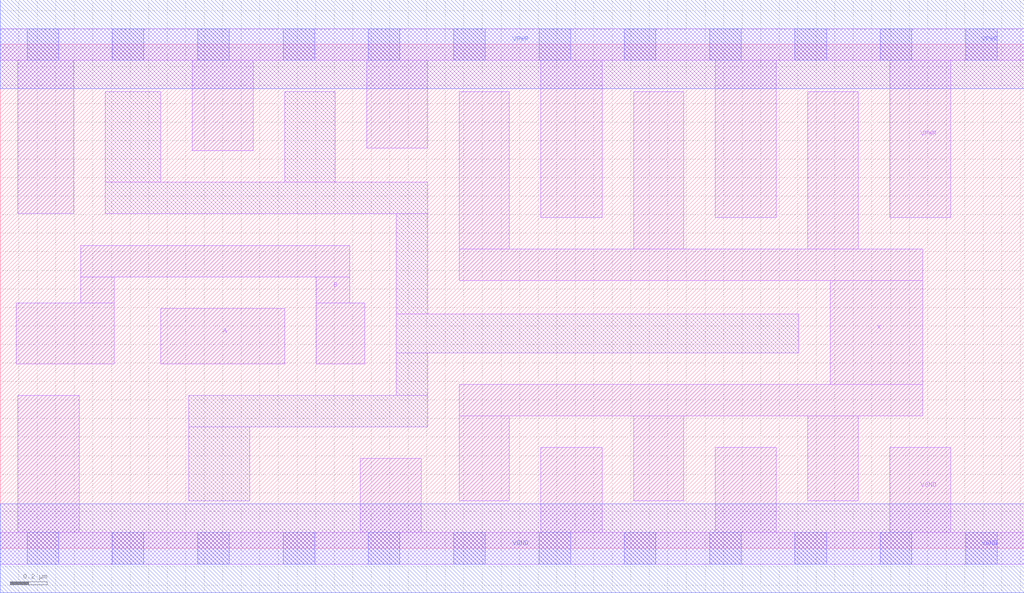
<source format=lef>
# Copyright 2020 The SkyWater PDK Authors
#
# Licensed under the Apache License, Version 2.0 (the "License");
# you may not use this file except in compliance with the License.
# You may obtain a copy of the License at
#
#     https://www.apache.org/licenses/LICENSE-2.0
#
# Unless required by applicable law or agreed to in writing, software
# distributed under the License is distributed on an "AS IS" BASIS,
# WITHOUT WARRANTIES OR CONDITIONS OF ANY KIND, either express or implied.
# See the License for the specific language governing permissions and
# limitations under the License.
#
# SPDX-License-Identifier: Apache-2.0

VERSION 5.7 ;
  NAMESCASESENSITIVE ON ;
  NOWIREEXTENSIONATPIN ON ;
  DIVIDERCHAR "/" ;
  BUSBITCHARS "[]" ;
UNITS
  DATABASE MICRONS 200 ;
END UNITS
PROPERTYDEFINITIONS
  MACRO maskLayoutSubType STRING ;
  MACRO prCellType STRING ;
  MACRO originalViewName STRING ;
END PROPERTYDEFINITIONS
MACRO sky130_fd_sc_hdll__and2_6
  CLASS CORE ;
  FOREIGN sky130_fd_sc_hdll__and2_6 ;
  ORIGIN  0.000000  0.000000 ;
  SIZE  5.520000 BY  2.720000 ;
  SYMMETRY X Y R90 ;
  SITE unithd ;
  PIN A
    ANTENNAGATEAREA  0.555000 ;
    DIRECTION INPUT ;
    USE SIGNAL ;
    PORT
      LAYER li1 ;
        RECT 0.865000 0.995000 1.535000 1.295000 ;
    END
  END A
  PIN B
    ANTENNAGATEAREA  0.555000 ;
    DIRECTION INPUT ;
    USE SIGNAL ;
    PORT
      LAYER li1 ;
        RECT 0.085000 0.995000 0.615000 1.325000 ;
        RECT 0.435000 1.325000 0.615000 1.465000 ;
        RECT 0.435000 1.465000 1.885000 1.635000 ;
        RECT 1.705000 0.995000 1.965000 1.325000 ;
        RECT 1.705000 1.325000 1.885000 1.465000 ;
    END
  END B
  PIN VGND
    ANTENNADIFFAREA  1.215500 ;
    DIRECTION INOUT ;
    USE SIGNAL ;
    PORT
      LAYER li1 ;
        RECT 0.000000 -0.085000 5.520000 0.085000 ;
        RECT 0.095000  0.085000 0.425000 0.825000 ;
        RECT 1.940000  0.085000 2.270000 0.485000 ;
        RECT 2.915000  0.085000 3.245000 0.545000 ;
        RECT 3.855000  0.085000 4.185000 0.545000 ;
        RECT 4.795000  0.085000 5.125000 0.545000 ;
      LAYER mcon ;
        RECT 0.145000 -0.085000 0.315000 0.085000 ;
        RECT 0.605000 -0.085000 0.775000 0.085000 ;
        RECT 1.065000 -0.085000 1.235000 0.085000 ;
        RECT 1.525000 -0.085000 1.695000 0.085000 ;
        RECT 1.985000 -0.085000 2.155000 0.085000 ;
        RECT 2.445000 -0.085000 2.615000 0.085000 ;
        RECT 2.905000 -0.085000 3.075000 0.085000 ;
        RECT 3.365000 -0.085000 3.535000 0.085000 ;
        RECT 3.825000 -0.085000 3.995000 0.085000 ;
        RECT 4.285000 -0.085000 4.455000 0.085000 ;
        RECT 4.745000 -0.085000 4.915000 0.085000 ;
        RECT 5.205000 -0.085000 5.375000 0.085000 ;
      LAYER met1 ;
        RECT 0.000000 -0.240000 5.520000 0.240000 ;
    END
  END VGND
  PIN VPWR
    ANTENNADIFFAREA  1.720000 ;
    DIRECTION INOUT ;
    USE SIGNAL ;
    PORT
      LAYER li1 ;
        RECT 0.000000 2.635000 5.520000 2.805000 ;
        RECT 0.095000 1.805000 0.395000 2.635000 ;
        RECT 1.035000 2.145000 1.365000 2.635000 ;
        RECT 1.975000 2.160000 2.305000 2.635000 ;
        RECT 2.915000 1.785000 3.245000 2.635000 ;
        RECT 3.855000 1.785000 4.185000 2.635000 ;
        RECT 4.795000 1.785000 5.125000 2.635000 ;
      LAYER mcon ;
        RECT 0.145000 2.635000 0.315000 2.805000 ;
        RECT 0.605000 2.635000 0.775000 2.805000 ;
        RECT 1.065000 2.635000 1.235000 2.805000 ;
        RECT 1.525000 2.635000 1.695000 2.805000 ;
        RECT 1.985000 2.635000 2.155000 2.805000 ;
        RECT 2.445000 2.635000 2.615000 2.805000 ;
        RECT 2.905000 2.635000 3.075000 2.805000 ;
        RECT 3.365000 2.635000 3.535000 2.805000 ;
        RECT 3.825000 2.635000 3.995000 2.805000 ;
        RECT 4.285000 2.635000 4.455000 2.805000 ;
        RECT 4.745000 2.635000 4.915000 2.805000 ;
        RECT 5.205000 2.635000 5.375000 2.805000 ;
      LAYER met1 ;
        RECT 0.000000 2.480000 5.520000 2.960000 ;
    END
  END VPWR
  PIN X
    ANTENNADIFFAREA  1.396500 ;
    DIRECTION OUTPUT ;
    USE SIGNAL ;
    PORT
      LAYER li1 ;
        RECT 2.475000 0.255000 2.745000 0.715000 ;
        RECT 2.475000 0.715000 4.975000 0.885000 ;
        RECT 2.475000 1.445000 4.975000 1.615000 ;
        RECT 2.475000 1.615000 2.745000 2.465000 ;
        RECT 3.415000 0.255000 3.685000 0.715000 ;
        RECT 3.415000 1.615000 3.685000 2.465000 ;
        RECT 4.355000 0.255000 4.625000 0.715000 ;
        RECT 4.355000 1.615000 4.625000 2.465000 ;
        RECT 4.475000 0.885000 4.975000 1.445000 ;
    END
  END X
  OBS
    LAYER li1 ;
      RECT 0.565000 1.805000 2.305000 1.975000 ;
      RECT 0.565000 1.975000 0.865000 2.465000 ;
      RECT 1.015000 0.255000 1.345000 0.655000 ;
      RECT 1.015000 0.655000 2.305000 0.825000 ;
      RECT 1.535000 1.975000 1.805000 2.465000 ;
      RECT 2.135000 0.825000 2.305000 1.055000 ;
      RECT 2.135000 1.055000 4.305000 1.265000 ;
      RECT 2.135000 1.265000 2.305000 1.805000 ;
  END
  PROPERTY maskLayoutSubType "abstract" ;
  PROPERTY prCellType "standard" ;
  PROPERTY originalViewName "layout" ;
END sky130_fd_sc_hdll__and2_6

</source>
